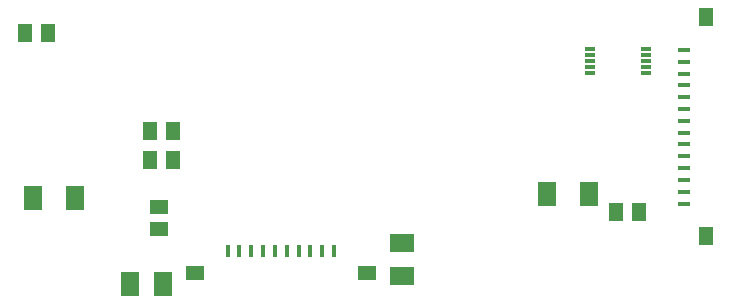
<source format=gbr>
G04 EAGLE Gerber RS-274X export*
G75*
%MOMM*%
%FSLAX34Y34*%
%LPD*%
%INSolderpaste Top*%
%IPPOS*%
%AMOC8*
5,1,8,0,0,1.08239X$1,22.5*%
G01*
%ADD10R,1.300000X1.500000*%
%ADD11R,1.500000X1.300000*%
%ADD12R,1.500000X2.100000*%
%ADD13R,1.650000X1.300000*%
%ADD14R,0.300000X1.000000*%
%ADD15R,1.300000X1.650000*%
%ADD16R,1.000000X0.300000*%
%ADD17R,2.000000X1.600000*%
%ADD18R,1.600000X2.000000*%
%ADD19R,0.950000X0.300000*%


D10*
X728116Y400304D03*
X747116Y400304D03*
X622198Y507746D03*
X641198Y507746D03*
D11*
X735584Y341528D03*
X735584Y360528D03*
D10*
X1122578Y356362D03*
X1141578Y356362D03*
X728116Y424688D03*
X747116Y424688D03*
D12*
X664684Y368300D03*
X628684Y368300D03*
X1099786Y371602D03*
X1063786Y371602D03*
D13*
X765958Y304038D03*
X911458Y304038D03*
D14*
X793708Y323038D03*
X803708Y323038D03*
X813708Y323038D03*
X823708Y323038D03*
X833708Y323038D03*
X843708Y323038D03*
X853708Y323038D03*
X863708Y323038D03*
X873708Y323038D03*
X883708Y323038D03*
D15*
X1198880Y335494D03*
X1198880Y520994D03*
D16*
X1179880Y363244D03*
X1179880Y373244D03*
X1179880Y383244D03*
X1179880Y393244D03*
X1179880Y403244D03*
X1179880Y413244D03*
X1179880Y423244D03*
X1179880Y433244D03*
X1179880Y443244D03*
X1179880Y453244D03*
X1179880Y463244D03*
X1179880Y473244D03*
X1179880Y483244D03*
X1179880Y493244D03*
D17*
X941070Y301976D03*
X941070Y329976D03*
D18*
X710662Y295148D03*
X738662Y295148D03*
D19*
X1147954Y474124D03*
X1147954Y479124D03*
X1147954Y484124D03*
X1147954Y489124D03*
X1147954Y494124D03*
X1100454Y494124D03*
X1100454Y489124D03*
X1100454Y484124D03*
X1100454Y479124D03*
X1100454Y474124D03*
M02*

</source>
